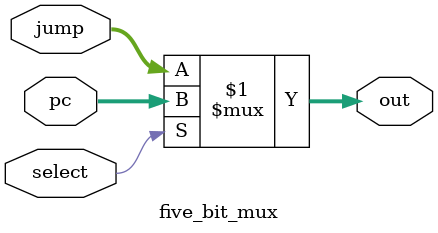
<source format=v>
module five_bit_mux (
        input [4:0] pc,
        input [4:0] jump,
        input select,
        output wire [4:0] out
    );
    assign out = select ? pc : jump;
endmodule

</source>
